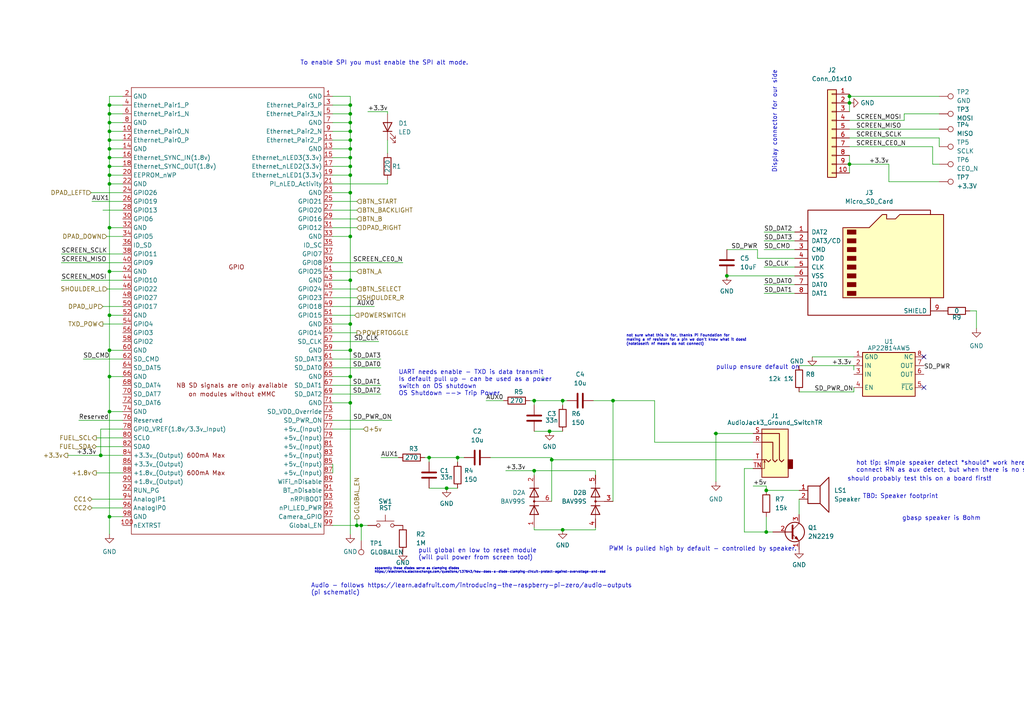
<source format=kicad_sch>
(kicad_sch (version 20211123) (generator eeschema)
  (paper "A4")
  (title_block (title "CM4 GPIO") (rev "indevRev2"))
  (lib_symbols
    (symbol "CM4IO:ComputeModule4-CM4"
      (property "Reference" "Module" (at 113.03 -68.58 0))
      (property "Value" "ComputeModule4-CM4" (at 140.97 2.54 0))
      (property "Field4" "Hirose" (at 0 0 0))
      (property "Field5" "2x DF40C-100DS-0.4V" (at 0 -2.54 0))
      (symbol "ComputeModule4-CM4_1_0"
        (text "GPIO" (at 0 6.35 0) (effects (font (size 1.27 1.27))))
      )
      (symbol "ComputeModule4-CM4_1_1"
        (text "600mA Max" (at -8.89 -53.34 0) (effects (font (size 1.27 1.27))))
        (text "600mA Max" (at -8.89 -48.26 0) (effects (font (size 1.27 1.27))))
        (text "NB SD signals are only available" (at -1.27 -27.94 0) (effects (font (size 1.27 1.27))))
        (text "on modules without eMMC" (at -1.27 -30.48 0) (effects (font (size 1.27 1.27))))
        (pin power_in line (at 27.94 55.88 180) (length 2.54) (name "GND") (number "1"))
        (pin passive line (at -33.02 45.72 0) (length 2.54) (name "Ethernet_Pair0_N") (number "10"))
        (pin output line (at -33.02 -68.58 0) (length 2.54) (name "nEXTRST") (number "100"))
        (pin passive line (at 27.94 43.18 180) (length 2.54) (name "Ethernet_Pair2_P") (number "11"))
        (pin passive line (at -33.02 43.18 0) (length 2.54) (name "Ethernet_Pair0_P") (number "12"))
        (pin power_in line (at 27.94 40.64 180) (length 2.54) (name "GND") (number "13"))
        (pin power_in line (at -33.02 40.64 0) (length 2.54) (name "GND") (number "14"))
        (pin output line (at 27.94 38.1 180) (length 2.54) (name "Ethernet_nLED3(3.3v)") (number "15"))
        (pin input line (at -33.02 38.1 0) (length 2.54) (name "Ethernet_SYNC_IN(1.8v)") (number "16"))
        (pin output line (at 27.94 35.56 180) (length 2.54) (name "Ethernet_nLED2(3.3v)") (number "17"))
        (pin input line (at -33.02 35.56 0) (length 2.54) (name "Ethernet_SYNC_OUT(1.8v)") (number "18"))
        (pin output line (at 27.94 33.02 180) (length 2.54) (name "Ethernet_nLED1(3.3v)") (number "19"))
        (pin power_in line (at -33.02 55.88 0) (length 2.54) (name "GND") (number "2"))
        (pin passive line (at -33.02 33.02 0) (length 2.54) (name "EEPROM_nWP") (number "20"))
        (pin open_collector line (at 27.94 30.48 180) (length 2.54) (name "PI_nLED_Activity") (number "21"))
        (pin power_in line (at -33.02 30.48 0) (length 2.54) (name "GND") (number "22"))
        (pin power_in line (at 27.94 27.94 180) (length 2.54) (name "GND") (number "23"))
        (pin passive line (at -33.02 27.94 0) (length 2.54) (name "GPIO26") (number "24"))
        (pin passive line (at 27.94 25.4 180) (length 2.54) (name "GPIO21") (number "25"))
        (pin passive line (at -33.02 25.4 0) (length 2.54) (name "GPIO19") (number "26"))
        (pin passive line (at 27.94 22.86 180) (length 2.54) (name "GPIO20") (number "27"))
        (pin passive line (at -33.02 22.86 0) (length 2.54) (name "GPIO13") (number "28"))
        (pin passive line (at 27.94 20.32 180) (length 2.54) (name "GPIO16") (number "29"))
        (pin passive line (at 27.94 53.34 180) (length 2.54) (name "Ethernet_Pair3_P") (number "3"))
        (pin passive line (at -33.02 20.32 0) (length 2.54) (name "GPIO6") (number "30"))
        (pin passive line (at 27.94 17.78 180) (length 2.54) (name "GPIO12") (number "31"))
        (pin power_in line (at -33.02 17.78 0) (length 2.54) (name "GND") (number "32"))
        (pin power_in line (at 27.94 15.24 180) (length 2.54) (name "GND") (number "33"))
        (pin passive line (at -33.02 15.24 0) (length 2.54) (name "GPIO5") (number "34"))
        (pin passive line (at 27.94 12.7 180) (length 2.54) (name "ID_SC") (number "35"))
        (pin passive line (at -33.02 12.7 0) (length 2.54) (name "ID_SD") (number "36"))
        (pin passive line (at 27.94 10.16 180) (length 2.54) (name "GPIO7") (number "37"))
        (pin passive line (at -33.02 10.16 0) (length 2.54) (name "GPIO11") (number "38"))
        (pin passive line (at 27.94 7.62 180) (length 2.54) (name "GPIO8") (number "39"))
        (pin passive line (at -33.02 53.34 0) (length 2.54) (name "Ethernet_Pair1_P") (number "4"))
        (pin passive line (at -33.02 7.62 0) (length 2.54) (name "GPIO9") (number "40"))
        (pin passive line (at 27.94 5.08 180) (length 2.54) (name "GPIO25") (number "41"))
        (pin power_in line (at -33.02 5.08 0) (length 2.54) (name "GND") (number "42"))
        (pin power_in line (at 27.94 2.54 180) (length 2.54) (name "GND") (number "43"))
        (pin passive line (at -33.02 2.54 0) (length 2.54) (name "GPIO10") (number "44"))
        (pin passive line (at 27.94 0 180) (length 2.54) (name "GPIO24") (number "45"))
        (pin passive line (at -33.02 0 0) (length 2.54) (name "GPIO22") (number "46"))
        (pin passive line (at 27.94 -2.54 180) (length 2.54) (name "GPIO23") (number "47"))
        (pin passive line (at -33.02 -2.54 0) (length 2.54) (name "GPIO27") (number "48"))
        (pin passive line (at 27.94 -5.08 180) (length 2.54) (name "GPIO18") (number "49"))
        (pin passive line (at 27.94 50.8 180) (length 2.54) (name "Ethernet_Pair3_N") (number "5"))
        (pin passive line (at -33.02 -5.08 0) (length 2.54) (name "GPIO17") (number "50"))
        (pin passive line (at 27.94 -7.62 180) (length 2.54) (name "GPIO15") (number "51"))
        (pin power_in line (at -33.02 -7.62 0) (length 2.54) (name "GND") (number "52"))
        (pin power_in line (at 27.94 -10.16 180) (length 2.54) (name "GND") (number "53"))
        (pin passive line (at -33.02 -10.16 0) (length 2.54) (name "GPIO4") (number "54"))
        (pin passive line (at 27.94 -12.7 180) (length 2.54) (name "GPIO14") (number "55"))
        (pin passive line (at -33.02 -12.7 0) (length 2.54) (name "GPIO3") (number "56"))
        (pin passive line (at 27.94 -15.24 180) (length 2.54) (name "SD_CLK") (number "57"))
        (pin passive line (at -33.02 -15.24 0) (length 2.54) (name "GPIO2") (number "58"))
        (pin power_in line (at 27.94 -17.78 180) (length 2.54) (name "GND") (number "59"))
        (pin passive line (at -33.02 50.8 0) (length 2.54) (name "Ethernet_Pair1_N") (number "6"))
        (pin power_in line (at -33.02 -17.78 0) (length 2.54) (name "GND") (number "60"))
        (pin passive line (at 27.94 -20.32 180) (length 2.54) (name "SD_DAT3") (number "61"))
        (pin passive line (at -33.02 -20.32 0) (length 2.54) (name "SD_CMD") (number "62"))
        (pin passive line (at 27.94 -22.86 180) (length 2.54) (name "SD_DAT0") (number "63"))
        (pin passive line (at -33.02 -22.86 0) (length 2.54) (name "SD_DAT5") (number "64"))
        (pin power_in line (at 27.94 -25.4 180) (length 2.54) (name "GND") (number "65"))
        (pin power_in line (at -33.02 -25.4 0) (length 2.54) (name "GND") (number "66"))
        (pin passive line (at 27.94 -27.94 180) (length 2.54) (name "SD_DAT1") (number "67"))
        (pin passive line (at -33.02 -27.94 0) (length 2.54) (name "SD_DAT4") (number "68"))
        (pin passive line (at 27.94 -30.48 180) (length 2.54) (name "SD_DAT2") (number "69"))
        (pin power_in line (at 27.94 48.26 180) (length 2.54) (name "GND") (number "7"))
        (pin passive line (at -33.02 -30.48 0) (length 2.54) (name "SD_DAT7") (number "70"))
        (pin power_in line (at 27.94 -33.02 180) (length 2.54) (name "GND") (number "71"))
        (pin passive line (at -33.02 -33.02 0) (length 2.54) (name "SD_DAT6") (number "72"))
        (pin input line (at 27.94 -35.56 180) (length 2.54) (name "SD_VDD_Override") (number "73"))
        (pin power_in line (at -33.02 -35.56 0) (length 2.54) (name "GND") (number "74"))
        (pin output line (at 27.94 -38.1 180) (length 2.54) (name "SD_PWR_ON") (number "75"))
        (pin passive line (at -33.02 -38.1 0) (length 2.54) (name "Reserved") (number "76"))
        (pin power_in line (at 27.94 -40.64 180) (length 2.54) (name "+5v_(Input)") (number "77"))
        (pin power_in line (at -33.02 -40.64 0) (length 2.54) (name "GPIO_VREF(1.8v/3.3v_Input)") (number "78"))
        (pin power_in line (at 27.94 -43.18 180) (length 2.54) (name "+5v_(Input)") (number "79"))
        (pin power_in line (at -33.02 48.26 0) (length 2.54) (name "GND") (number "8"))
        (pin passive line (at -33.02 -43.18 0) (length 2.54) (name "SCL0") (number "80"))
        (pin power_in line (at 27.94 -45.72 180) (length 2.54) (name "+5v_(Input)") (number "81"))
        (pin passive line (at -33.02 -45.72 0) (length 2.54) (name "SDA0") (number "82"))
        (pin power_in line (at 27.94 -48.26 180) (length 2.54) (name "+5v_(Input)") (number "83"))
        (pin power_out line (at -33.02 -48.26 0) (length 2.54) (name "+3.3v_(Output)") (number "84"))
        (pin power_in line (at 27.94 -50.8 180) (length 2.54) (name "+5v_(Input)") (number "85"))
        (pin power_out line (at -33.02 -50.8 0) (length 2.54) (name "+3.3v_(Output)") (number "86"))
        (pin power_in line (at 27.94 -53.34 180) (length 2.54) (name "+5v_(Input)") (number "87"))
        (pin power_out line (at -33.02 -53.34 0) (length 2.54) (name "+1.8v_(Output)") (number "88"))
        (pin power_in line (at 27.94 -55.88 180) (length 2.54) (name "WiFi_nDisable") (number "89"))
        (pin passive line (at 27.94 45.72 180) (length 2.54) (name "Ethernet_Pair2_N") (number "9"))
        (pin power_out line (at -33.02 -55.88 0) (length 2.54) (name "+1.8v_(Output)") (number "90"))
        (pin power_in line (at 27.94 -58.42 180) (length 2.54) (name "BT_nDisable") (number "91"))
        (pin passive line (at -33.02 -58.42 0) (length 2.54) (name "RUN_PG") (number "92"))
        (pin input line (at 27.94 -60.96 180) (length 2.54) (name "nRPIBOOT") (number "93"))
        (pin passive line (at -33.02 -60.96 0) (length 2.54) (name "AnalogIP1") (number "94"))
        (pin output line (at 27.94 -63.5 180) (length 2.54) (name "nPI_LED_PWR") (number "95"))
        (pin passive line (at -33.02 -63.5 0) (length 2.54) (name "AnalogIP0") (number "96"))
        (pin passive line (at 27.94 -66.04 180) (length 2.54) (name "Camera_GPIO") (number "97"))
        (pin power_in line (at -33.02 -66.04 0) (length 2.54) (name "GND") (number "98"))
        (pin input line (at 27.94 -68.58 180) (length 2.54) (name "Global_EN") (number "99"))
      )
      (symbol "ComputeModule4-CM4_2_1"
        (text "High Speed Serial" (at 140.97 0 0) (effects (font (size 1.27 1.27))))
        (pin input line (at 170.18 60.96 180) (length 5.08) (name "USB_OTG_ID") (number "101"))
        (pin input line (at 109.22 60.96 0) (length 5.08) (name "PCIe_CLK_nREQ") (number "102"))
        (pin passive line (at 170.18 58.42 180) (length 5.08) (name "USB2_N") (number "103"))
        (pin passive line (at 109.22 58.42 0) (length 5.08) (name "Reserved") (number "104"))
        (pin passive line (at 170.18 55.88 180) (length 5.08) (name "USB2_P") (number "105"))
        (pin passive line (at 109.22 55.88 0) (length 5.08) (name "Reserved") (number "106"))
        (pin power_in line (at 170.18 53.34 180) (length 5.08) (name "GND") (number "107"))
        (pin power_in line (at 109.22 53.34 0) (length 5.08) (name "GND") (number "108"))
        (pin bidirectional line (at 170.18 50.8 180) (length 5.08) (name "PCIe_nRST") (number "109"))
        (pin output line (at 109.22 50.8 0) (length 5.08) (name "PCIe_CLK_P") (number "110"))
        (pin passive line (at 170.18 48.26 180) (length 5.08) (name "VDAC_COMP") (number "111"))
        (pin output line (at 109.22 48.26 0) (length 5.08) (name "PCIe_CLK_N") (number "112"))
        (pin power_in line (at 170.18 45.72 180) (length 5.08) (name "GND") (number "113"))
        (pin power_in line (at 109.22 45.72 0) (length 5.08) (name "GND") (number "114"))
        (pin input line (at 170.18 43.18 180) (length 5.08) (name "CAM1_D0_N") (number "115"))
        (pin input line (at 109.22 43.18 0) (length 5.08) (name "PCIe_RX_P") (number "116"))
        (pin input line (at 170.18 40.64 180) (length 5.08) (name "CAM1_D0_P") (number "117"))
        (pin input line (at 109.22 40.64 0) (length 5.08) (name "PCIe_RX_N") (number "118"))
        (pin power_in line (at 170.18 38.1 180) (length 5.08) (name "GND") (number "119"))
        (pin power_in line (at 109.22 38.1 0) (length 5.08) (name "GND") (number "120"))
        (pin input line (at 170.18 35.56 180) (length 5.08) (name "CAM1_D1_N") (number "121"))
        (pin output line (at 109.22 35.56 0) (length 5.08) (name "PCIe_TX_P") (number "122"))
        (pin input line (at 170.18 33.02 180) (length 5.08) (name "CAM1_D1_P") (number "123"))
        (pin output line (at 109.22 33.02 0) (length 5.08) (name "PCIe_TX_N") (number "124"))
        (pin power_in line (at 170.18 30.48 180) (length 5.08) (name "GND") (number "125"))
        (pin power_in line (at 109.22 30.48 0) (length 5.08) (name "GND") (number "126"))
        (pin input line (at 170.18 27.94 180) (length 5.08) (name "CAM1_C_N") (number "127"))
        (pin input line (at 109.22 27.94 0) (length 5.08) (name "CAM0_D0_N") (number "128"))
        (pin input line (at 170.18 25.4 180) (length 5.08) (name "CAM1_C_P") (number "129"))
        (pin input line (at 109.22 25.4 0) (length 5.08) (name "CAM0_D0_P") (number "130"))
        (pin power_in line (at 170.18 22.86 180) (length 5.08) (name "GND") (number "131"))
        (pin power_in line (at 109.22 22.86 0) (length 5.08) (name "GND") (number "132"))
        (pin input line (at 170.18 20.32 180) (length 5.08) (name "CAM1_D2_N") (number "133"))
        (pin input line (at 109.22 20.32 0) (length 5.08) (name "CAM0_D1_N") (number "134"))
        (pin input line (at 170.18 17.78 180) (length 5.08) (name "CAM1_D2_P") (number "135"))
        (pin input line (at 109.22 17.78 0) (length 5.08) (name "CAM0_D1_P") (number "136"))
        (pin power_in line (at 170.18 15.24 180) (length 5.08) (name "GND") (number "137"))
        (pin power_in line (at 109.22 15.24 0) (length 5.08) (name "GND") (number "138"))
        (pin input line (at 170.18 12.7 180) (length 5.08) (name "CAM1_D3_N") (number "139"))
        (pin input line (at 109.22 12.7 0) (length 5.08) (name "CAM0_C_N") (number "140"))
        (pin input line (at 170.18 10.16 180) (length 5.08) (name "CAM1_D3_P") (number "141"))
        (pin input line (at 109.22 10.16 0) (length 5.08) (name "CAM0_C_P") (number "142"))
        (pin input line (at 170.18 7.62 180) (length 5.08) (name "HDMI1_HOTPLUG") (number "143"))
        (pin power_in line (at 109.22 7.62 0) (length 5.08) (name "GND") (number "144"))
        (pin bidirectional line (at 170.18 5.08 180) (length 5.08) (name "HDMI1_SDA") (number "145"))
        (pin output line (at 109.22 5.08 0) (length 5.08) (name "HDMI1_TX2_P") (number "146"))
        (pin open_collector line (at 170.18 2.54 180) (length 5.08) (name "HDMI1_SCL") (number "147"))
        (pin output line (at 109.22 2.54 0) (length 5.08) (name "HDMI1_TX2_N") (number "148"))
        (pin open_collector line (at 170.18 0 180) (length 5.08) (name "HDMI1_CEC") (number "149"))
        (pin power_in line (at 109.22 0 0) (length 5.08) (name "GND") (number "150"))
        (pin open_collector line (at 170.18 -2.54 180) (length 5.08) (name "HDMI0_CEC") (number "151"))
        (pin output line (at 109.22 -2.54 0) (length 5.08) (name "HDMI1_TX1_P") (number "152"))
        (pin input line (at 170.18 -5.08 180) (length 5.08) (name "HDMI0_HOTPLUG") (number "153"))
        (pin output line (at 109.22 -5.08 0) (length 5.08) (name "HDMI1_TX1_N") (number "154"))
        (pin power_in line (at 170.18 -7.62 180) (length 5.08) (name "GND") (number "155"))
        (pin power_in line (at 109.22 -7.62 0) (length 5.08) (name "GND") (number "156"))
        (pin output line (at 170.18 -10.16 180) (length 5.08) (name "DSI0_D0_N") (number "157"))
        (pin output line (at 109.22 -10.16 0) (length 5.08) (name "HDMI1_TX0_P") (number "158"))
        (pin output line (at 170.18 -12.7 180) (length 5.08) (name "DSI0_D0_P") (number "159"))
        (pin output line (at 109.22 -12.7 0) (length 5.08) (name "HDMI1_TX0_N") (number "160"))
        (pin power_in line (at 170.18 -15.24 180) (length 5.08) (name "GND") (number "161"))
        (pin power_in line (at 109.22 -15.24 0) (length 5.08) (name "GND") (number "162"))
        (pin output line (at 170.18 -17.78 180) (length 5.08) (name "DSI0_D1_N") (number "163"))
        (pin output line (at 109.22 -17.78 0) (length 5.08) (name "HDMI1_CLK_P") (number "164"))
        (pin output line (at 170.18 -20.32 180) (length 5.08) (name "DSI0_D1_P") (number "165"))
        (pin output line (at 109.22 -20.32 0) (length 5.08) (name "HDMI1_CLK_N") (number "166"))
        (pin power_in line (at 170.18 -22.86 180) (length 5.08) (name "GND") (number "167"))
        (pin power_in line (at 109.22 -22.86 0) (length 5.08) (name "GND") (number "168"))
        (pin output line (at 170.18 -25.4 180) (length 5.08) (name "DSI0_C_N") (number "169"))
        (pin output line (at 109.22 -25.4 0) (length 5.08) (name "HDMI0_TX2_P") (number "170"))
        (pin output line (at 170.18 -27.94 180) (length 5.08) (name "DSI0_C_P") (number "171"))
        (pin output line (at 109.22 -27.94 0) (length 5.08) (name "HDMI0_TX2_N") (number "172"))
        (pin power_in line (at 170.18 -30.48 180) (length 5.08) (name "GND") (number "173"))
        (pin power_in line (at 109.22 -30.48 0) (length 5.08) (name "GND") (number "174"))
        (pin output line (at 170.18 -33.02 180) (length 5.08) (name "DSI1_D0_N") (number "175"))
        (pin output line (at 109.22 -33.02 0) (length 5.08) (name "HDMI0_TX1_P") (number "176"))
        (pin output line (at 170.18 -35.56 180) (length 5.08) (name "DSI1_D0_P") (number "177"))
        (pin output line (at 109.22 -35.56 0) (length 5.08) (name "HDMI0_TX1_N") (number "178"))
        (pin power_in line (at 170.18 -38.1 180) (length 5.08) (name "GND") (number "179"))
        (pin power_in line (at 109.22 -38.1 0) (length 5.08) (name "GND") (number "180"))
        (pin output line (at 170.18 -40.64 180) (length 5.08) (name "DSI1_D1_N") (number "181"))
        (pin output line (at 109.22 -40.64 0) (length 5.08) (name "HDMI0_TX0_P") (number "182"))
        (pin output line (at 170.18 -43.18 180) (length 5.08) (name "DSI1_D1_P") (number "183"))
        (pin output line (at 109.22 -43.18 0) (length 5.08) (name "HDMI0_TX0_N") (number "184"))
        (pin power_in line (at 170.18 -45.72 180) (length 5.08) (name "GND") (number "185"))
        (pin power_in line (at 109.22 -45.72 0) (length 5.08) (name "GND") (number "186"))
        (pin output line (at 170.18 -48.26 180) (length 5.08) (name "DSI1_C_N") (number "187"))
        (pin output line (at 109.22 -48.26 0) (length 5.08) (name "HDMI0_CLK_P") (number "188"))
        (pin output line (at 170.18 -50.8 180) (length 5.08) (name "DSI1_C_P") (number "189"))
        (pin output line (at 109.22 -50.8 0) (length 5.08) (name "HDMI0_CLK_N") (number "190"))
        (pin power_in line (at 170.18 -53.34 180) (length 5.08) (name "GND") (number "191"))
        (pin power_in line (at 109.22 -53.34 0) (length 5.08) (name "GND") (number "192"))
        (pin output line (at 170.18 -55.88 180) (length 5.08) (name "DSI1_D2_N") (number "193"))
        (pin output line (at 109.22 -55.88 0) (length 5.08) (name "DSI1_D3_N") (number "194"))
        (pin output line (at 170.18 -58.42 180) (length 5.08) (name "DSI1_D2_P") (number "195"))
        (pin output line (at 109.22 -58.42 0) (length 5.08) (name "DSI1_D3_P") (number "196"))
        (pin power_in line (at 170.18 -60.96 180) (length 5.08) (name "GND") (number "197"))
        (pin power_in line (at 109.22 -60.96 0) (length 5.08) (name "GND") (number "198"))
        (pin bidirectional line (at 170.18 -63.5 180) (length 5.08) (name "HDMI0_SDA") (number "199"))
        (pin open_collector line (at 109.22 -63.5 0) (length 5.08) (name "HDMI0_SCL") (number "200"))
      )
    )
    (symbol "Connector:AudioJack3_Ground_SwitchTR"
      (property "Reference" "J?" (at -1.27 7.62 0))
      (property "Value" "AudioJack" (at -1.27 5.08 0))
      (symbol "AudioJack3_Ground_SwitchTR_1_1"
        (pin passive line (at 5.08 0 180) (length 2.54) (name "~") (number "R"))
        (pin passive line (at 5.08 2.54 180) (length 2.54) (name "~") (number "S"))
        (pin passive line (at 5.08 -5.08 180) (length 2.54) (name "~") (number "T"))
        (pin passive line (at 5.08 -7.62 180) (length 2.54) (name "~") (number "TN"))
      )
    )
    (symbol "Connector:Micro_SD_Card" (pin_names (offset 1.016))
      (property "Reference" "J" (at -16.51 15.24 0))
      (property "Value" "Micro_SD_Card" (at 16.51 15.24 0))
      (symbol "Micro_SD_Card_1_1"
        (pin bidirectional line (at -22.86 7.62 0) (length 3.81) (name "DAT2") (number "1"))
        (pin bidirectional line (at -22.86 5.08 0) (length 3.81) (name "DAT3/CD") (number "2"))
        (pin input line (at -22.86 2.54 0) (length 3.81) (name "CMD") (number "3"))
        (pin power_in line (at -22.86 0 0) (length 3.81) (name "VDD") (number "4"))
        (pin input line (at -22.86 -2.54 0) (length 3.81) (name "CLK") (number "5"))
        (pin power_in line (at -22.86 -5.08 0) (length 3.81) (name "VSS") (number "6"))
        (pin bidirectional line (at -22.86 -7.62 0) (length 3.81) (name "DAT0") (number "7"))
        (pin bidirectional line (at -22.86 -10.16 0) (length 3.81) (name "DAT1") (number "8"))
        (pin passive line (at 20.32 -15.24 180) (length 3.81) (name "SHIELD") (number "9"))
      )
    )
    (symbol "Connector:TestPoint" (pin_numbers hide) (pin_names (offset 0.762) hide)
      (property "Reference" "TP" (at 0 6.858 0))
      (property "Value" "TestPoint" (at 0 5.08 0))
      (symbol "TestPoint_1_1"
        (pin passive line (at 0 0 90) (length 2.54) (name "1") (number "1"))
      )
    )
    (symbol "Connector_Generic:Conn_01x10" (pin_names (offset 1.016) hide)
      (property "Reference" "J" (at 0 12.7 0))
      (property "Value" "Conn_01x10" (at 0 -15.24 0))
      (symbol "Conn_01x10_1_1"
        (pin passive line (at -5.08 10.16 0) (length 3.81) (name "Pin_1") (number "1"))
        (pin passive line (at -5.08 -12.7 0) (length 3.81) (name "Pin_10") (number "10"))
        (pin passive line (at -5.08 7.62 0) (length 3.81) (name "Pin_2") (number "2"))
        (pin passive line (at -5.08 5.08 0) (length 3.81) (name "Pin_3") (number "3"))
        (pin passive line (at -5.08 2.54 0) (length 3.81) (name "Pin_4") (number "4"))
        (pin passive line (at -5.08 0 0) (length 3.81) (name "Pin_5") (number "5"))
        (pin passive line (at -5.08 -2.54 0) (length 3.81) (name "Pin_6") (number "6"))
        (pin passive line (at -5.08 -5.08 0) (length 3.81) (name "Pin_7") (number "7"))
        (pin passive line (at -5.08 -7.62 0) (length 3.81) (name "Pin_8") (number "8"))
        (pin passive line (at -5.08 -10.16 0) (length 3.81) (name "Pin_9") (number "9"))
      )
    )
    (symbol "Device:C" (pin_numbers hide) (pin_names (offset 0.254))
      (property "Reference" "C" (at 0.635 2.54 0))
      (property "Value" "C" (at 0.635 -2.54 0))
      (symbol "C_1_1"
        (pin passive line (at 0 3.81 270) (length 2.794) (name "~") (number "1"))
        (pin passive line (at 0 -3.81 90) (length 2.794) (name "~") (number "2"))
      )
    )
    (symbol "Device:LED" (pin_numbers hide) (pin_names (offset 1.016) hide)
      (property "Reference" "D" (at 0 2.54 0))
      (property "Value" "LED" (at 0 -2.54 0))
      (symbol "LED_1_1"
        (pin passive line (at -3.81 0 0) (length 2.54) (name "K") (number "1"))
        (pin passive line (at 3.81 0 180) (length 2.54) (name "A") (number "2"))
      )
    )
    (symbol "Device:R" (pin_numbers hide) (pin_names (offset 0))
      (property "Reference" "R" (at 2.032 0 90))
      (property "Value" "R" (at 0 0 90))
      (symbol "R_1_1"
        (pin passive line (at 0 3.81 270) (length 1.27) (name "~") (number "1"))
        (pin passive line (at 0 -3.81 90) (length 1.27) (name "~") (number "2"))
      )
    )
    (symbol "Device:Speaker" (pin_names (offset 0) hide)
      (property "Reference" "LS" (at 1.27 5.715 0))
      (property "Value" "Speaker" (at 1.27 3.81 0))
      (symbol "Speaker_1_1"
        (pin input line (at -5.08 0 0) (length 2.54) (name "1") (number "1"))
        (pin input line (at -5.08 -2.54 0) (length 2.54) (name "2") (number "2"))
      )
    )
    (symbol "Diode:BAV99S" (pin_names (offset 0.0254) hide)
      (property "Reference" "D" (at 0 2.54 0))
      (property "Value" "BAV99S" (at 0 5.08 0))
      (symbol "BAV99S_1_1"
        (pin passive line (at -7.62 0 0) (length 2.54) (name "A1") (number "1"))
        (pin passive line (at 7.62 0 180) (length 2.54) (name "K2") (number "2"))
        (pin passive line (at 0 -5.08 90) (length 2.54) (name "K3A4") (number "6"))
      )
      (symbol "BAV99S_2_1"
        (pin passive line (at 0 -5.08 90) (length 2.54) (name "K1A2") (number "3"))
        (pin passive line (at -7.62 0 0) (length 2.54) (name "A3") (number "4"))
        (pin passive line (at 7.62 0 180) (length 2.54) (name "K4") (number "5"))
      )
    )
    (symbol "Power_Management:AP22814AW5"
      (property "Reference" "U1" (at 0 10.795 0))
      (property "Value" "AP22814AW5" (at 0 8.89 0))
      (symbol "AP22814AW5_1_1"
        (pin power_in line (at -10.16 6.35 0) (length 2.54) (name "GND") (number "1"))
        (pin power_in line (at -10.16 3.81 0) (length 2.54) (name "IN") (number "2"))
        (pin power_in line (at -10.16 1.27 0) (length 2.54) (name "IN") (number "3"))
        (pin input line (at -10.16 -2.54 0) (length 2.54) (name "EN") (number "4"))
        (pin open_collector line (at 10.16 -2.54 180) (length 2.54) (name "~{FLG}") (number "5"))
        (pin power_out line (at 10.16 1.27 180) (length 2.54) (name "OUT") (number "6"))
        (pin power_out line (at 10.16 3.81 180) (length 2.54) (name "OUT") (number "7"))
        (pin no_connect line (at 10.16 6.35 180) (length 2.54) (name "NC") (number "8"))
      )
    )
    (symbol "Switch:SW_Push" (pin_numbers hide) (pin_names (offset 1.016) hide)
      (property "Reference" "SW" (at 1.27 2.54 0))
      (property "Value" "SW_Push" (at 0 -1.524 0))
      (symbol "SW_Push_0_1"
        (pin passive line (at -5.08 0 0) (length 2.54) (name "1") (number "1"))
        (pin passive line (at 5.08 0 180) (length 2.54) (name "2") (number "2"))
      )
    )
    (symbol "Transistor_BJT:2N2219" (pin_names (offset 0) hide)
      (property "Reference" "Q" (at 5.08 1.905 0))
      (property "Value" "2N2219" (at 5.08 0 0))
      (symbol "2N2219_1_1"
        (pin passive line (at 2.54 -5.08 90) (length 2.54) (name "E") (number "1"))
        (pin passive line (at -5.08 0 0) (length 5.715) (name "B") (number "2"))
        (pin passive line (at 2.54 5.08 270) (length 2.54) (name "C") (number "3"))
      )
    )
    (symbol "power:GND" (power) (pin_names (offset 0))
      (property "Value" "GND" (at 0 -3.81 0))
      (symbol "GND_1_1"
        (pin power_in line (at 0 0 270) (length 0) hide (name "GND") (number "1"))
      )
    )
  )
  (junction (at 154.94 136.525) (diameter 0.9144))
  (junction (at 132.715 132.715) (diameter 0.9144))
  (junction (at 101.6 93.98) (diameter 0.9144))
  (junction (at 31.75 40.64) (diameter 0.9144))
  (junction (at 31.75 78.74) (diameter 0.9144))
  (junction (at 31.75 109.22) (diameter 0.9144))
  (junction (at 159.385 125.095) (diameter 0.9144))
  (junction (at 31.75 33.02) (diameter 0.9144))
  (junction (at 101.6 81.28) (diameter 0.9144))
  (junction (at 31.75 38.1) (diameter 0.9144))
  (junction (at 177.8 116.205) (diameter 0.9144))
  (junction (at 31.75 66.04) (diameter 0.9144))
  (junction (at 101.6 38.1) (diameter 0.9144))
  (junction (at 163.195 153.67) (diameter 0.9144))
  (junction (at 154.94 116.205) (diameter 0.9144))
  (junction (at 101.6 48.26) (diameter 0.9144))
  (junction (at 210.82 80.01) (diameter 0.9144))
  (junction (at 31.75 30.48) (diameter 0.9144))
  (junction (at 101.6 101.6) (diameter 0.9144))
  (junction (at 103.505 152.4))
  (junction (at 222.25 154.305) (diameter 0.9144))
  (junction (at 31.75 91.44) (diameter 0.9144))
  (junction (at 101.6 35.56) (diameter 0.9144))
  (junction (at 101.6 33.02) (diameter 0.9144))
  (junction (at 101.6 109.22) (diameter 0.9144))
  (junction (at 163.195 116.205) (diameter 0.9144))
  (junction (at 246.38 27.94))
  (junction (at 104.775 152.4))
  (junction (at 101.6 68.58) (diameter 0.9144))
  (junction (at 101.6 40.64) (diameter 0.9144))
  (junction (at 207.645 125.73))
  (junction (at 101.6 45.72) (diameter 0.9144))
  (junction (at 101.6 116.84) (diameter 0.9144))
  (junction (at 31.75 50.8) (diameter 0.9144))
  (junction (at 124.46 132.715) (diameter 0.9144))
  (junction (at 160.02 133.35))
  (junction (at 31.75 101.6) (diameter 0.9144))
  (junction (at 101.6 30.48) (diameter 0.9144))
  (junction (at 101.6 43.18) (diameter 0.9144))
  (junction (at 31.75 53.34) (diameter 0.9144))
  (junction (at 31.75 119.38) (diameter 0.9144))
  (junction (at 29.21 132.08) (diameter 0.9144))
  (junction (at 31.75 35.56) (diameter 0.9144))
  (junction (at 31.75 43.18) (diameter 0.9144))
  (junction (at 31.75 149.86) (diameter 0.9144))
  (junction (at 246.38 47.625))
  (junction (at 129.54 141.605) (diameter 0.9144))
  (junction (at 31.75 45.72) (diameter 0.9144))
  (junction (at 246.38 29.845) (diameter 0.9144))
  (junction (at 101.6 55.88) (diameter 0.9144))
  (junction (at 222.25 142.24) (diameter 0.9144))
  (junction (at 31.75 48.26) (diameter 0.9144))
  (junction (at 101.6 50.8) (diameter 0.9144))
  (no_connect (at 267.97 112.395))
  (no_connect (at 267.97 103.505))
  (wire (pts (xy 153.67 116.205) (xy 154.94 116.205)))
  (wire (pts (xy 154.94 116.205) (xy 163.195 116.205)))
  (wire (pts (xy 29.21 124.46) (xy 35.56 124.46)))
  (wire (pts (xy 246.38 34.925) (xy 262.255 34.925)))
  (wire (pts (xy 96.52 96.52) (xy 103.505 96.52)))
  (wire (pts (xy 222.25 154.305) (xy 224.155 154.305)))
  (wire (pts (xy 154.94 116.205) (xy 154.94 117.475)))
  (wire (pts (xy 26.67 147.32) (xy 35.56 147.32)))
  (wire (pts (xy 29.845 88.9) (xy 35.56 88.9)))
  (wire (pts (xy 30.988 68.58) (xy 35.56 68.58)))
  (wire (pts (xy 96.52 30.48) (xy 101.6 30.48)))
  (wire (pts (xy 221.615 85.09) (xy 230.505 85.09)))
  (wire (pts (xy 27.94 129.54) (xy 35.56 129.54)))
  (wire (pts (xy 124.46 132.715) (xy 124.46 133.985)))
  (wire (pts (xy 96.52 53.34) (xy 112.395 53.34)))
  (wire (pts (xy 231.775 144.78) (xy 231.775 149.225)))
  (wire (pts (xy 31.75 66.04) (xy 35.56 66.04)))
  (wire (pts (xy 96.52 43.18) (xy 101.6 43.18)))
  (wire (pts (xy 142.24 132.715) (xy 160.02 132.715)))
  (wire (pts (xy 160.02 145.415) (xy 160.02 133.35)))
  (wire (pts (xy 160.02 133.35) (xy 160.02 132.715)))
  (wire (pts (xy 96.52 104.14) (xy 110.49 104.14)))
  (wire (pts (xy 246.38 40.005) (xy 272.415 40.005)))
  (wire (pts (xy 96.52 45.72) (xy 101.6 45.72)))
  (wire (pts (xy 31.75 78.74) (xy 35.56 78.74)))
  (wire (pts (xy 96.52 33.02) (xy 101.6 33.02)))
  (wire (pts (xy 222.25 140.97) (xy 222.25 142.24)))
  (wire (pts (xy 218.44 140.97) (xy 222.25 140.97)))
  (wire (pts (xy 96.52 101.6) (xy 101.6 101.6)))
  (wire (pts (xy 215.9 135.89) (xy 215.9 154.305)))
  (wire (pts (xy 218.44 135.89) (xy 215.9 135.89)))
  (wire (pts (xy 96.52 55.88) (xy 101.6 55.88)))
  (wire (pts (xy 31.75 33.02) (xy 35.56 33.02)))
  (wire (pts (xy 96.52 58.42) (xy 103.505 58.42)))
  (wire (pts (xy 163.195 153.67) (xy 172.72 153.67)))
  (wire (pts (xy 154.94 153.035) (xy 154.94 153.67)))
  (wire (pts (xy 154.94 153.67) (xy 163.195 153.67)))
  (wire (pts (xy 172.72 153.67) (xy 172.72 153.035)))
  (wire (pts (xy 96.52 99.06) (xy 109.855 99.06)))
  (wire (pts (xy 96.52 106.68) (xy 110.49 106.68)))
  (wire (pts (xy 96.52 81.28) (xy 101.6 81.28)))
  (wire (pts (xy 29.21 124.46) (xy 29.21 132.08)))
  (wire (pts (xy 112.395 52.07) (xy 112.395 53.34)))
  (wire (pts (xy 231.775 113.665) (xy 247.65 113.665)))
  (wire (pts (xy 247.65 113.665) (xy 247.65 112.395)))
  (wire (pts (xy 221.615 82.55) (xy 230.505 82.55)))
  (wire (pts (xy 110.49 132.715) (xy 115.57 132.715)))
  (wire (pts (xy 17.78 81.28) (xy 35.56 81.28)))
  (wire (pts (xy 246.38 47.625) (xy 257.81 47.625)))
  (wire (pts (xy 207.645 125.73) (xy 218.44 125.73)))
  (wire (pts (xy 207.01 125.73) (xy 207.645 125.73)))
  (wire (pts (xy 96.52 68.58) (xy 101.6 68.58)))
  (wire (pts (xy 31.75 101.6) (xy 35.56 101.6)))
  (wire (pts (xy 96.52 60.96) (xy 103.505 60.96)))
  (wire (pts (xy 96.52 48.26) (xy 101.6 48.26)))
  (wire (pts (xy 96.52 152.4) (xy 103.505 152.4)))
  (wire (pts (xy 104.775 152.4) (xy 106.68 152.4)))
  (wire (pts (xy 103.505 152.4) (xy 104.775 152.4)))
  (wire (pts (xy 29.845 93.98) (xy 35.56 93.98)))
  (wire (pts (xy 221.615 67.31) (xy 230.505 67.31)))
  (wire (pts (xy 96.52 86.36) (xy 103.505 86.36)))
  (wire (pts (xy 210.82 80.01) (xy 230.505 80.01)))
  (wire (pts (xy 31.75 40.64) (xy 35.56 40.64)))
  (wire (pts (xy 231.775 106.045) (xy 247.65 106.045)))
  (wire (pts (xy 96.52 88.9) (xy 108.585 88.9)))
  (wire (pts (xy 96.52 76.2) (xy 116.84 76.2)))
  (wire (pts (xy 31.75 50.8) (xy 35.56 50.8)))
  (wire (pts (xy 17.78 76.2) (xy 35.56 76.2)))
  (wire (pts (xy 112.395 32.385) (xy 112.395 33.02)))
  (wire (pts (xy 31.75 43.18) (xy 35.56 43.18)))
  (wire (pts (xy 29.21 132.08) (xy 35.56 132.08)))
  (wire (pts (xy 19.685 132.08) (xy 29.21 132.08)))
  (wire (pts (xy 283.21 90.17) (xy 281.305 90.17)))
  (wire (pts (xy 283.21 95.25) (xy 283.21 90.17)))
  (wire (pts (xy 35.56 45.72) (xy 31.75 45.72)))
  (wire (pts (xy 272.415 42.545) (xy 272.415 40.005)))
  (wire (pts (xy 163.195 117.475) (xy 163.195 116.205)))
  (wire (pts (xy 163.195 116.205) (xy 164.465 116.205)))
  (wire (pts (xy 96.52 38.1) (xy 101.6 38.1)))
  (wire (pts (xy 96.52 40.64) (xy 101.6 40.64)))
  (wire (pts (xy 272.415 27.94) (xy 246.38 27.94)))
  (wire (pts (xy 246.38 45.085) (xy 246.38 47.625)))
  (wire (pts (xy 246.38 42.545) (xy 270.51 42.545)))
  (wire (pts (xy 96.52 109.22) (xy 101.6 109.22)))
  (wire (pts (xy 222.25 142.24) (xy 231.775 142.24)))
  (wire (pts (xy 31.75 109.22) (xy 35.56 109.22)))
  (wire (pts (xy 96.52 50.8) (xy 101.6 50.8)))
  (wire (pts (xy 104.775 152.4) (xy 104.775 156.845)))
  (wire (pts (xy 96.52 116.84) (xy 101.6 116.84)))
  (wire (pts (xy 235.585 103.505) (xy 247.65 103.505)))
  (wire (pts (xy 132.715 132.715) (xy 134.62 132.715)))
  (wire (pts (xy 221.615 72.39) (xy 230.505 72.39)))
  (wire (pts (xy 26.67 58.42) (xy 35.56 58.42)))
  (wire (pts (xy 31.75 149.86) (xy 35.56 149.86)))
  (wire (pts (xy 146.685 136.525) (xy 154.94 136.525)))
  (wire (pts (xy 172.72 136.525) (xy 172.72 137.795)))
  (wire (pts (xy 154.94 136.525) (xy 172.72 136.525)))
  (wire (pts (xy 270.51 47.625) (xy 270.51 42.545)))
  (wire (pts (xy 272.415 47.625) (xy 270.51 47.625)))
  (wire (pts (xy 31.75 38.1) (xy 35.56 38.1)))
  (wire (pts (xy 105.41 124.46) (xy 96.52 124.46)))
  (wire (pts (xy 160.02 133.35) (xy 218.44 133.35)))
  (wire (pts (xy 29.845 60.96) (xy 35.56 60.96)))
  (wire (pts (xy 96.52 121.92) (xy 113.665 121.92)))
  (wire (pts (xy 96.52 111.76) (xy 110.49 111.76)))
  (wire (pts (xy 31.75 53.34) (xy 35.56 53.34)))
  (wire (pts (xy 31.75 48.26) (xy 35.56 48.26)))
  (wire (pts (xy 26.67 144.78) (xy 35.56 144.78)))
  (wire (pts (xy 31.75 119.38) (xy 35.56 119.38)))
  (wire (pts (xy 222.25 149.86) (xy 222.25 154.305)))
  (wire (pts (xy 222.25 154.305) (xy 215.9 154.305)))
  (wire (pts (xy 17.78 73.66) (xy 35.56 73.66)))
  (wire (pts (xy 96.52 35.56) (xy 101.6 35.56)))
  (wire (pts (xy 96.52 83.82) (xy 103.505 83.82)))
  (wire (pts (xy 31.75 30.48) (xy 35.56 30.48)))
  (wire (pts (xy 177.8 116.205) (xy 189.865 116.205)))
  (wire (pts (xy 189.865 128.27) (xy 189.865 116.205)))
  (wire (pts (xy 189.865 128.27) (xy 218.44 128.27)))
  (wire (pts (xy 154.94 136.525) (xy 154.94 137.795)))
  (wire (pts (xy 221.615 69.85) (xy 230.505 69.85)))
  (wire (pts (xy 262.255 33.02) (xy 262.255 34.925)))
  (wire (pts (xy 272.415 33.02) (xy 262.255 33.02)))
  (wire (pts (xy 96.52 114.3) (xy 110.49 114.3)))
  (wire (pts (xy 112.395 40.64) (xy 112.395 44.45)))
  (wire (pts (xy 31.115 83.82) (xy 35.56 83.82)))
  (wire (pts (xy 101.6 93.98) (xy 101.6 101.6)))
  (wire (pts (xy 96.52 93.98) (xy 101.6 93.98)))
  (wire (pts (xy 101.6 81.28) (xy 101.6 93.98)))
  (wire (pts (xy 123.19 132.715) (xy 124.46 132.715)))
  (wire (pts (xy 124.46 132.715) (xy 132.715 132.715)))
  (wire (pts (xy 132.715 132.715) (xy 132.715 133.985)))
  (wire (pts (xy 106.68 32.385) (xy 112.395 32.385)))
  (wire (pts (xy 246.38 37.465) (xy 272.415 37.465)))
  (wire (pts (xy 27.94 127) (xy 35.56 127)))
  (wire (pts (xy 96.52 91.44) (xy 102.87 91.44)))
  (wire (pts (xy 31.75 35.56) (xy 35.56 35.56)))
  (wire (pts (xy 177.8 116.205) (xy 177.8 145.415)))
  (wire (pts (xy 172.085 116.205) (xy 177.8 116.205)))
  (wire (pts (xy 159.385 125.095) (xy 163.195 125.095)))
  (wire (pts (xy 154.94 125.095) (xy 159.385 125.095)))
  (wire (pts (xy 96.52 66.04) (xy 103.505 66.04)))
  (wire (pts (xy 27.94 137.16) (xy 35.56 137.16)))
  (wire (pts (xy 247.65 106.045) (xy 247.65 107.315)))
  (wire (pts (xy 96.52 63.5) (xy 103.505 63.5)))
  (wire (pts (xy 246.38 29.845) (xy 246.38 32.385)))
  (wire (pts (xy 96.52 134.62) (xy 96.52 137.16)))
  (wire (pts (xy 22.86 121.92) (xy 35.56 121.92)))
  (wire (pts (xy 31.75 91.44) (xy 35.56 91.44)))
  (wire (pts (xy 96.52 78.74) (xy 103.505 78.74)))
  (wire (pts (xy 101.6 101.6) (xy 101.6 109.22)))
  (wire (pts (xy 101.6 109.22) (xy 101.6 116.84)))
  (wire (pts (xy 101.6 116.84) (xy 101.6 154.94)))
  (wire (pts (xy 101.6 30.48) (xy 101.6 33.02)))
  (wire (pts (xy 101.6 27.94) (xy 101.6 30.48)))
  (wire (pts (xy 96.52 27.94) (xy 101.6 27.94)))
  (wire (pts (xy 101.6 50.8) (xy 101.6 55.88)))
  (wire (pts (xy 101.6 33.02) (xy 101.6 35.56)))
  (wire (pts (xy 101.6 45.72) (xy 101.6 48.26)))
  (wire (pts (xy 101.6 43.18) (xy 101.6 45.72)))
  (wire (pts (xy 101.6 38.1) (xy 101.6 40.64)))
  (wire (pts (xy 101.6 35.56) (xy 101.6 38.1)))
  (wire (pts (xy 101.6 40.64) (xy 101.6 43.18)))
  (wire (pts (xy 101.6 48.26) (xy 101.6 50.8)))
  (wire (pts (xy 101.6 68.58) (xy 101.6 81.28)))
  (wire (pts (xy 101.6 55.88) (xy 101.6 68.58)))
  (wire (pts (xy 272.415 52.705) (xy 257.81 52.705)))
  (wire (pts (xy 257.81 52.705) (xy 257.81 47.625)))
  (wire (pts (xy 124.46 141.605) (xy 129.54 141.605)))
  (wire (pts (xy 129.54 141.605) (xy 132.715 141.605)))
  (wire (pts (xy 246.38 27.94) (xy 246.38 29.845)))
  (wire (pts (xy 246.38 27.305) (xy 246.38 27.94)))
  (wire (pts (xy 140.97 116.205) (xy 146.05 116.205)))
  (wire (pts (xy 24.13 104.14) (xy 35.56 104.14)))
  (wire (pts (xy 31.75 119.38) (xy 31.75 149.86)))
  (wire (pts (xy 31.75 149.86) (xy 31.75 154.94)))
  (wire (pts (xy 31.75 43.18) (xy 31.75 45.72)))
  (wire (pts (xy 31.75 33.02) (xy 31.75 35.56)))
  (wire (pts (xy 31.75 30.48) (xy 31.75 33.02)))
  (wire (pts (xy 31.75 50.8) (xy 31.75 53.34)))
  (wire (pts (xy 31.75 38.1) (xy 31.75 40.64)))
  (wire (pts (xy 31.75 40.64) (xy 31.75 43.18)))
  (wire (pts (xy 31.75 35.56) (xy 31.75 38.1)))
  (wire (pts (xy 31.75 27.94) (xy 31.75 30.48)))
  (wire (pts (xy 35.56 27.94) (xy 31.75 27.94)))
  (wire (pts (xy 31.75 48.26) (xy 31.75 50.8)))
  (wire (pts (xy 31.75 45.72) (xy 31.75 48.26)))
  (wire (pts (xy 31.75 53.34) (xy 31.75 66.04)))
  (wire (pts (xy 31.75 101.6) (xy 31.75 109.22)))
  (wire (pts (xy 31.75 109.22) (xy 31.75 119.38)))
  (wire (pts (xy 31.75 66.04) (xy 31.75 78.74)))
  (wire (pts (xy 31.75 78.74) (xy 31.75 91.44)))
  (wire (pts (xy 31.75 91.44) (xy 31.75 101.6)))
  (wire (pts (xy 103.505 150.495) (xy 103.505 152.4)))
  (wire (pts (xy 157.48 109.22) (xy 157.48 110.49)))
  (wire (pts (xy 221.615 77.47) (xy 230.505 77.47)))
  (wire (pts (xy 207.645 125.73) (xy 207.645 139.7)))
  (wire (pts (xy 219.71 72.39) (xy 219.71 74.93)))
  (wire (pts (xy 210.82 72.39) (xy 219.71 72.39)))
  (wire (pts (xy 219.71 74.93) (xy 230.505 74.93)))
  (wire (pts (xy 246.38 47.625) (xy 246.38 50.165)))
  (wire (pts (xy 26.416 55.88) (xy 35.56 55.88)))
  (text "hot tip: simple speaker detect *should* work here\nconnect RN as aux detect, but when there is no signal we can push to speaker.\n" (at 248.285 137.16 0) (effects (font (size 1.27 1.27)) (justify left bottom)))
  (text "PWM is pulled high by default - controlled by speaker." (at 176.53 160.02 0) (effects (font (size 1.27 1.27)) (justify left bottom)))
  (text "should probably test this on a board first!" (at 245.745 139.7 0) (effects (font (size 1.27 1.27)) (justify left bottom)))
  (text "UART needs enable - TXD is data transmit\nIs default pull up - can be used as a power\nswitch on OS shutdown\nOS Shutdown --> Trip Power" (at 115.57 114.935 0) (effects (font (size 1.27 1.27)) (justify left bottom)))
  (text "pull global en low to reset module\n(will pull power from screen too!)" (at 121.285 162.56 0) (effects (font (size 1.27 1.27)) (justify left bottom)))
  (text "pullup ensure default on\n" (at 207.645 107.315 0) (effects (font (size 1.27 1.27)) (justify left bottom)))
  (text "gbasp speaker is 8ohm\n" (at 261.62 151.13 0) (effects (font (size 1.27 1.27)) (justify left bottom)))
  (text "TBD: Speaker footprint" (at 250.19 144.78 0) (effects (font (size 1.27 1.27)) (justify left bottom)))
  (text "GRID IS 25 MIL EVERYWEHRE\n" (at 24.13 227.33 0) (effects (font (size 5.08 5.08)) (justify left bottom)))
  (text "not sure what this is for, thanks Pi Foundation for \nmaking a nf resistor for a pin we don't know what it does!\n(notetoself: nf means do not connect)" (at 181.61 100.33 0) (effects (font (size 0.762 0.762)) (justify left bottom)))
  (text "To enable SPI you must enable the SPI alt mode." (at 135.89 19.05 180) (effects (font (size 1.27 1.27)) (justify right bottom)))
  (text "Display connector for our side\n" (at 225.425 20.32 270) (effects (font (size 1.27 1.27)) (justify right bottom)))
  (text "Audio - follows https://learn.adafruit.com/introducing-the-raspberry-pi-zero/audio-outputs\n(pi schematic)" (at 90.17 172.72 0) (effects (font (size 1.27 1.27)) (justify left bottom)))
  (text "apparently these diodes serve as clamping diodes\nhttps://electronics.stackexchange.com/questions/137643/how-does-a-diode-clamping-circuit-protect-against-overvoltage-and-esd" (at 108.585 166.37 0) (effects (font (size 0.635 0.635)) (justify left bottom)))
  (label "SCREEN_CE0_N" (at 116.84 76.2 180))
  (label "SD_DAT0" (at 221.615 82.55 0))
  (label "SD_PWR" (at 267.97 107.315 0))
  (label "SD_CLK" (at 221.615 77.47 0))
  (label "AUX1" (at 110.49 132.715 0))
  (label "SD_DAT3" (at 110.49 104.14 180))
  (label "AUX1" (at 26.67 58.42 0))
  (label "+3.3v" (at 106.68 32.385 0))
  (label "SD_DAT2" (at 110.49 114.3 180))
  (label "SD_DAT1" (at 110.49 111.76 180))
  (label "+3.3v" (at 146.685 136.525 0))
  (label "AUX0" (at 108.585 88.9 180))
  (label "+3.3v" (at 247.015 106.045 180))
  (label "SD_DAT0" (at 110.49 106.68 180))
  (label "SD_DAT3" (at 221.615 69.85 0))
  (label "+5v" (at 218.44 140.97 0))
  (label "SD_CMD" (at 24.13 104.14 0))
  (label "SCREEN_SCLK" (at 17.78 73.66 0))
  (label "SCREEN_MOSI" (at 17.78 81.28 0))
  (label "SD_DAT2" (at 221.615 67.31 0))
  (label "Reserved" (at 22.86 121.92 0))
  (label "+3.3v" (at 257.81 47.625 180))
  (label "SCREEN_SCLK" (at 248.285 40.005 0))
  (label "SCREEN_MOSI" (at 248.285 34.925 0))
  (label "SD_PWR" (at 212.09 72.39 0))
  (label "+3.3v" (at 27.94 132.08 180))
  (label "AUX0" (at 140.97 116.205 0))
  (label "SD_PWR_ON" (at 113.665 121.92 180))
  (label "SD_CMD" (at 221.615 72.39 0))
  (label "SD_DAT1" (at 221.615 85.09 0))
  (label "SCREEN_MISO" (at 248.285 37.465 0))
  (label "SCREEN_MISO" (at 17.78 76.2 0))
  (label "SD_PWR_ON" (at 236.22 113.665 0))
  (label "SD_CLK" (at 109.855 99.06 180))
  (label "SCREEN_CE0_N" (at 248.285 42.545 0))
  (hierarchical_label "DPAD_LEFT" (shape input) (at 26.416 55.88 180))
  (hierarchical_label "DPAD_DOWN" (shape input) (at 30.988 68.58 180))
  (hierarchical_label "TXD_POW" (shape output) (at 29.845 93.98 180))
  (hierarchical_label "BTN_START" (shape input) (at 103.505 58.42 0))
  (hierarchical_label "SHOULDER_R" (shape input) (at 103.505 86.36 0))
  (hierarchical_label "+3.3v" (shape output) (at 19.685 132.08 180))
  (hierarchical_label "BTN_BACKLIGHT" (shape input) (at 103.505 60.96 0))
  (hierarchical_label "CC2" (shape bidirectional) (at 26.67 147.32 180))
  (hierarchical_label "BTN_SELECT" (shape input) (at 103.505 83.82 0))
  (hierarchical_label "+5v" (shape input) (at 105.41 124.46 0))
  (hierarchical_label "POWERSWITCH" (shape input) (at 102.87 91.44 0))
  (hierarchical_label "+1.8v" (shape output) (at 27.94 137.16 180))
  (hierarchical_label "BTN_B" (shape input) (at 103.505 63.5 0))
  (hierarchical_label "GLOBAL_EN" (shape output) (at 103.505 150.495 90))
  (hierarchical_label "DPAD_RIGHT" (shape input) (at 103.505 66.04 0))
  (hierarchical_label "SHOULDER_L" (shape input) (at 31.115 83.82 180))
  (hierarchical_label "POWERTOGGLE" (shape output) (at 103.505 96.52 0))
  (hierarchical_label "CC1" (shape bidirectional) (at 26.67 144.78 180))
  (hierarchical_label "DPAD_UP" (shape input) (at 29.845 88.9 180))
  (hierarchical_label "BTN_A" (shape input) (at 103.505 78.74 0))
  (hierarchical_label "FUEL_SDA" (shape bidirectional) (at 27.94 129.54 180))
  (hierarchical_label "FUEL_SCL" (shape output) (at 27.94 127 180))
  (symbol (lib_id "Device:R") (at 112.395 48.26 180) (unit 1)
    (property "Reference" "R1" (at 113.665 48.2599 0) (effects (justify right)))
    (property "Value" "220" (at 112.395 50.1649 90) (effects (justify right)))
    (property "Footprint" "Resistor_SMD:R_0603_1608Metric_Pad0.98x0.95mm_HandSolder" (effects hide))
  )
  (symbol (lib_id "Connector:TestPoint") (at 272.415 47.625 270) (unit 1)
    (property "Reference" "TP6" (at 277.495 46.3549 90) (effects (justify left)))
    (property "Value" "CEO_N" (at 277.495 48.8949 90) (effects (justify left)))
    (property "Footprint" "TestPoint:TestPoint_Pad_2.0x2.0mm" (effects hide))
  )
  (symbol (lib_id "Device:R") (at 231.775 109.855 0) (unit 1)
    (property "Reference" "R8" (at 233.68 108.5849 0) (effects (justify left)))
    (property "Value" "12k 1%" (at 222.885 109.8549 0) (effects (justify left)))
    (property "Footprint" "Resistor_SMD:R_0603_1608Metric_Pad0.98x0.95mm_HandSolder" (effects hide))
  )
  (symbol (lib_id "power:GND") (at 129.54 141.605 0) (unit 1)
    (property "Reference" "#PWR04" (effects hide))
    (property "Value" "GND" (at 129.54 146.05 0))
  )
  (symbol (lib_id "Diode:BAV99S") (at 154.94 145.415 90) (unit 1)
    (property "Reference" "D2" (at 152.4 142.8749 90) (effects (justify left)))
    (property "Value" "BAV99S" (at 152.4 145.4149 90) (effects (justify left)))
    (property "Footprint" "Package_TO_SOT_SMD:SOT-363_SC-70-6" (effects hide))
    (property "Datasheet" "https://assets.nexperia.com/documents/data-sheet/BAV99_SER.pdf" (effects hide))
  )
  (symbol (lib_id "Connector:TestPoint") (at 272.415 33.02 270) (unit 1)
    (property "Reference" "TP3" (at 277.495 31.7499 90) (effects (justify left)))
    (property "Value" "MOSI" (at 277.495 34.2899 90) (effects (justify left)))
    (property "Footprint" "TestPoint:TestPoint_Pad_2.0x2.0mm" (effects hide))
  )
  (symbol (lib_id "Device:C") (at 168.275 116.205 90) (unit 1)
    (property "Reference" "C4" (at 168.275 108.585 90))
    (property "Value" "10u" (at 168.275 111.125 90))
    (property "Footprint" "Capacitor_SMD:C_0603_1608Metric_Pad1.08x0.95mm_HandSolder" (effects hide))
  )
  (symbol (lib_id "power:GND") (at 246.38 29.845 90) (unit 1)
    (property "Reference" "#PWR011" (effects hide))
    (property "Value" "GND" (at 249.555 29.8449 90) (effects (justify right)))
  )
  (symbol (lib_id "Device:C") (at 138.43 132.715 90) (unit 1)
    (property "Reference" "C2" (at 138.43 125.095 90))
    (property "Value" "10u" (at 138.43 127.635 90))
    (property "Footprint" "Capacitor_SMD:C_0603_1608Metric_Pad1.08x0.95mm_HandSolder" (effects hide))
  )
  (symbol (lib_id "Power_Management:AP22814AW5") (at 257.81 109.855 0) (unit 1)
    (property "Reference" "U1" (at 257.81 99.06 0))
    (property "Value" "AP22814AW5" (at 257.81 100.965 0))
    (property "Footprint" "Package_SO:MSOP-8-1EP_3x3mm_P0.65mm_EP1.68x1.88mm" (effects hide))
    (property "Datasheet" "https://www.diodes.com/assets/Datasheets/AP22804_14.pdf" (effects hide))
  )
  (symbol (lib_id "Device:R") (at 116.84 156.21 0) (unit 1)
    (property "Reference" "R2" (at 120.65 154.9399 0) (effects (justify left)))
    (property "Value" "1M" (at 120.65 157.4799 0) (effects (justify left)))
    (property "Footprint" "Resistor_SMD:R_0603_1608Metric_Pad0.98x0.95mm_HandSolder" (effects hide))
  )
  (symbol (lib_id "power:GND") (at 101.6 154.94 0) (unit 1)
    (property "Reference" "#PWR02" (effects hide))
    (property "Value" "GND" (at 101.6 160.02 0))
  )
  (symbol (lib_id "Device:R") (at 277.495 90.17 270) (unit 1)
    (property "Reference" "R9" (at 277.495 92.075 90))
    (property "Value" "0" (at 277.495 90.17 90))
    (property "Footprint" "Resistor_SMD:R_0603_1608Metric_Pad0.98x0.95mm_HandSolder" (effects hide))
  )
  (symbol (lib_id "CM4IO:ComputeModule4-CM4") (at 68.58 83.82 0) (unit 1)
    (property "Reference" "Module1" (at 60.96 -48.26 0))
    (property "Value" "ComputeModule4-CM4" (at 60.96 -45.72 0))
    (property "Footprint" "CM4IO:Raspberry-Pi-4-Compute-Module" (effects hide))
    (property "Field4" "Hirose" (at 60.96 -43.18 0))
    (property "Field5" "2x DF40C-100DS-0.4V" (at 60.96 -40.64 0))
  )
  (symbol (lib_id "power:GND") (at 235.585 103.505 0) (unit 1)
    (property "Reference" "#PWR010" (effects hide))
    (property "Value" "GND" (at 231.14 104.775 0))
  )
  (symbol (lib_id "Transistor_BJT:2N2219") (at 229.235 154.305 0) (unit 1)
    (property "Reference" "Q1" (at 234.315 153.0349 0) (effects (justify left)))
    (property "Value" "2N2219" (at 234.315 155.5749 0) (effects (justify left)))
    (property "Footprint" "Package_TO_SOT_THT:TO-39-3" (effects hide))
    (property "Datasheet" "http://www.onsemi.com/pub_link/Collateral/2N2219-D.PDF" (effects hide))
  )
  (symbol (lib_id "Connector:AudioJack3_Ground_SwitchTR") (at 223.52 128.27 0) (mirror y) (unit 1)
    (property "Reference" "J1" (at 224.79 120.65 0))
    (property "Value" "AudioJack3_Ground_SwitchTR" (at 224.79 122.555 0))
    (property "Footprint" "audio:CUI-SJ-43515TS-SMT-TR-0" (effects hide))
  )
  (symbol (lib_id "Connector:TestPoint") (at 272.415 42.545 270) (unit 1)
    (property "Reference" "TP5" (at 277.495 41.2749 90) (effects (justify left)))
    (property "Value" "SCLK" (at 277.495 43.8149 90) (effects (justify left)))
    (property "Footprint" "TestPoint:TestPoint_Pad_2.0x2.0mm" (effects hide))
  )
  (symbol (lib_id "Device:Speaker") (at 236.855 142.24 0) (unit 1)
    (property "Reference" "LS1" (at 241.935 142.2399 0) (effects (justify left)))
    (property "Value" "Speaker" (at 241.935 144.7799 0) (effects (justify left)))
    (property "Footprint" "CM4IO:speaker" (effects hide))
  )
  (symbol (lib_id "Connector_Generic:Conn_01x10") (at 241.3 37.465 0) (mirror y) (unit 1)
    (property "Reference" "J2" (at 241.3 20.32 0))
    (property "Value" "Conn_01x10" (at 241.3 22.86 0))
    (property "Footprint" "CM4IO:522711169" (effects hide))
  )
  (symbol (lib_id "Device:R") (at 132.715 137.795 180) (unit 1)
    (property "Reference" "R4" (at 134.62 136.5249 0) (effects (justify right)))
    (property "Value" "150" (at 134.62 139.0649 0) (effects (justify right)))
    (property "Footprint" "Resistor_SMD:R_0603_1608Metric_Pad0.98x0.95mm_HandSolder" (effects hide))
  )
  (symbol (lib_id "power:GND") (at 231.775 159.385 0) (unit 1)
    (property "Reference" "#PWR09" (effects hide))
    (property "Value" "GND" (at 231.775 163.83 0))
  )
  (symbol (lib_id "Device:R") (at 222.25 146.05 0) (unit 1)
    (property "Reference" "R7" (at 224.79 144.7799 0) (effects (justify left)))
    (property "Value" "15k" (at 224.79 147.3199 0) (effects (justify left)))
    (property "Footprint" "Resistor_SMD:R_0603_1608Metric_Pad0.98x0.95mm_HandSolder" (effects hide))
  )
  (symbol (lib_id "Switch:SW_Push") (at 111.76 152.4 0) (unit 1)
    (property "Reference" "SW1" (at 111.76 145.415 0))
    (property "Value" "RST" (at 111.76 147.32 0))
    (property "Footprint" "Button_Switch_THT:SW_PUSH_6mm_H4.3mm" (effects hide))
  )
  (symbol (lib_id "Connector:TestPoint") (at 272.415 37.465 270) (unit 1)
    (property "Reference" "TP4" (at 277.495 36.1949 90) (effects (justify left)))
    (property "Value" "MISO" (at 277.495 38.7349 90) (effects (justify left)))
    (property "Footprint" "TestPoint:TestPoint_Pad_2.0x2.0mm" (effects hide))
  )
  (symbol (lib_id "Device:LED") (at 112.395 36.83 90) (unit 1)
    (property "Reference" "D1" (at 115.57 35.7504 90) (effects (justify right)))
    (property "Value" "LED" (at 115.57 38.2904 90) (effects (justify right)))
    (property "Footprint" "LED_SMD:LED_0603_1608Metric_Pad1.05x0.95mm_HandSolder" (effects hide))
  )
  (symbol (lib_id "Device:C") (at 124.46 137.795 180) (unit 1)
    (property "Reference" "C1" (at 128.905 136.525 0))
    (property "Value" "33n" (at 129.54 138.43 0))
    (property "Footprint" "Capacitor_SMD:C_0603_1608Metric_Pad1.08x0.95mm_HandSolder" (effects hide))
  )
  (symbol (lib_id "power:GND") (at 116.84 160.02 0) (unit 1)
    (property "Reference" "#PWR03" (effects hide))
    (property "Value" "GND" (at 116.84 163.195 0))
  )
  (symbol (lib_id "Device:C") (at 154.94 121.285 180) (unit 1)
    (property "Reference" "C3" (at 160.02 120.015 0))
    (property "Value" "33n" (at 160.02 121.92 0))
    (property "Footprint" "Capacitor_SMD:C_0603_1608Metric_Pad1.08x0.95mm_HandSolder" (effects hide))
  )
  (symbol (lib_id "Device:C") (at 210.82 76.2 0) (unit 1)
    (property "Reference" "C5" (at 214.63 74.9299 0) (effects (justify left)))
    (property "Value" "10uF" (at 214.63 77.4699 0) (effects (justify left)))
    (property "Footprint" "Capacitor_SMD:C_0603_1608Metric_Pad1.08x0.95mm_HandSolder" (effects hide))
  )
  (symbol (lib_id "power:GND") (at 159.385 125.095 0) (unit 1)
    (property "Reference" "#PWR05" (effects hide))
    (property "Value" "GND" (at 159.385 129.54 0))
  )
  (symbol (lib_id "power:GND") (at 210.82 80.01 0) (unit 1)
    (property "Reference" "#PWR08" (effects hide))
    (property "Value" "GND" (at 210.82 84.455 0))
  )
  (symbol (lib_id "Connector:TestPoint") (at 272.415 27.94 270) (unit 1)
    (property "Reference" "TP2" (at 277.495 26.6699 90) (effects (justify left)))
    (property "Value" "GND" (at 277.495 29.2099 90) (effects (justify left)))
    (property "Footprint" "TestPoint:TestPoint_Pad_2.0x2.0mm" (effects hide))
  )
  (symbol (lib_id "power:GND") (at 283.21 95.25 0) (unit 1)
    (property "Reference" "#PWR012" (effects hide))
    (property "Value" "GND" (at 283.21 100.33 0))
  )
  (symbol (lib_id "power:GND") (at 31.75 154.94 0) (unit 1)
    (property "Reference" "#PWR01" (effects hide))
    (property "Value" "GND" (at 31.75 160.02 0))
  )
  (symbol (lib_id "Diode:BAV99S") (at 172.72 145.415 90) (unit 2)
    (property "Reference" "D2" (at 170.18 142.8749 90) (effects (justify left)))
    (property "Value" "BAV99S" (at 170.18 145.4149 90) (effects (justify left)))
    (property "Footprint" "Package_TO_SOT_SMD:SOT-363_SC-70-6" (effects hide))
    (property "Datasheet" "https://assets.nexperia.com/documents/data-sheet/BAV99_SER.pdf" (effects hide))
  )
  (symbol (lib_id "Device:R") (at 119.38 132.715 90) (unit 1)
    (property "Reference" "R3" (at 121.2849 130.175 90) (effects (justify left)))
    (property "Value" "270" (at 121.2849 132.715 90) (effects (justify left)))
    (property "Footprint" "Resistor_SMD:R_0603_1608Metric_Pad0.98x0.95mm_HandSolder" (effects hide))
  )
  (symbol (lib_id "power:GND") (at 207.645 139.7 0) (unit 1)
    (property "Reference" "#PWR07" (effects hide))
    (property "Value" "GND" (at 207.645 144.78 0))
  )
  (symbol (lib_id "Connector:TestPoint") (at 272.415 52.705 270) (unit 1)
    (property "Reference" "TP7" (at 277.495 51.4349 90) (effects (justify left)))
    (property "Value" "+3.3V" (at 277.495 53.9749 90) (effects (justify left)))
    (property "Footprint" "TestPoint:TestPoint_Pad_2.0x2.0mm" (effects hide))
  )
  (symbol (lib_id "Device:R") (at 149.86 116.205 90) (unit 1)
    (property "Reference" "R5" (at 151.7649 113.665 90) (effects (justify left)))
    (property "Value" "270" (at 151.7649 116.205 90) (effects (justify left)))
    (property "Footprint" "Resistor_SMD:R_0603_1608Metric_Pad0.98x0.95mm_HandSolder" (effects hide))
  )
  (symbol (lib_id "Device:R") (at 163.195 121.285 0) (unit 1)
    (property "Reference" "R6" (at 165.735 120.0149 0) (effects (justify left)))
    (property "Value" "150" (at 165.735 122.5549 0) (effects (justify left)))
    (property "Footprint" "Resistor_SMD:R_0603_1608Metric_Pad0.98x0.95mm_HandSolder" (effects hide))
  )
  (symbol (lib_id "power:GND") (at 163.195 153.67 0) (unit 1)
    (property "Reference" "#PWR06" (effects hide))
    (property "Value" "GND" (at 163.195 158.115 0))
  )
  (symbol (lib_id "Connector:Micro_SD_Card") (at 253.365 74.93 0) (unit 1)
    (property "Reference" "J3" (at 252.095 55.88 0))
    (property "Value" "Micro_SD_Card" (at 252.095 58.42 0))
    (property "Footprint" "sdcard:GCT_MEM2067-02-180-00-A_REVB" (effects hide))
    (property "Datasheet" "https://www.mouser.co.uk/datasheet/2/837/MEM2067_spec-2327542.pdf" (effects hide))
  )
  (symbol (lib_id "Connector:TestPoint") (at 104.775 156.845 180) (unit 1)
    (property "Reference" "TP1" (at 107.315 157.6068 0) (effects (justify right)))
    (property "Value" "GLOBALEN" (at 107.315 160.1468 0) (effects (justify right)))
    (property "Footprint" "TestPoint:TestPoint_Pad_2.0x2.0mm" (effects hide))
  )
)
</source>
